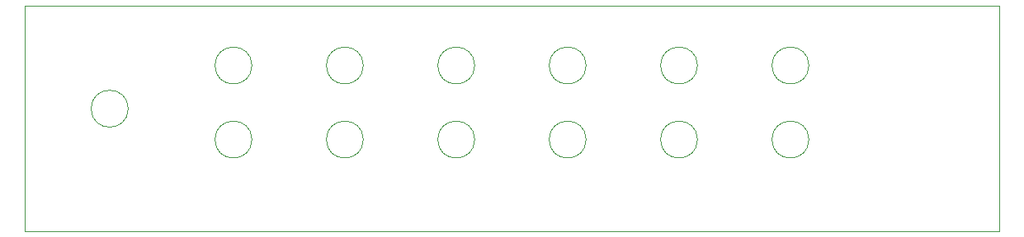
<source format=gm1>
G04 #@! TF.GenerationSoftware,KiCad,Pcbnew,(5.1.8)-1*
G04 #@! TF.CreationDate,2022-07-15T00:53:09+02:00*
G04 #@! TF.ProjectId,BulkyMIDI-32 Audio Switch FP1,42756c6b-794d-4494-9449-2d3332204175,rev?*
G04 #@! TF.SameCoordinates,Original*
G04 #@! TF.FileFunction,Profile,NP*
%FSLAX46Y46*%
G04 Gerber Fmt 4.6, Leading zero omitted, Abs format (unit mm)*
G04 Created by KiCad (PCBNEW (5.1.8)-1) date 2022-07-15 00:53:09*
%MOMM*%
%LPD*%
G01*
G04 APERTURE LIST*
G04 #@! TA.AperFunction,Profile*
%ADD10C,0.050000*%
G04 #@! TD*
G04 APERTURE END LIST*
D10*
X171565000Y-124754000D02*
G75*
G03*
X171565000Y-124754000I-1900000J0D01*
G01*
X171565000Y-117134000D02*
G75*
G03*
X171565000Y-117134000I-1900000J0D01*
G01*
X160135000Y-124754000D02*
G75*
G03*
X160135000Y-124754000I-1900000J0D01*
G01*
X160135000Y-117134000D02*
G75*
G03*
X160135000Y-117134000I-1900000J0D01*
G01*
X148705000Y-124754000D02*
G75*
G03*
X148705000Y-124754000I-1900000J0D01*
G01*
X148705000Y-117134000D02*
G75*
G03*
X148705000Y-117134000I-1900000J0D01*
G01*
X137275000Y-124754000D02*
G75*
G03*
X137275000Y-124754000I-1900000J0D01*
G01*
X137275000Y-117134000D02*
G75*
G03*
X137275000Y-117134000I-1900000J0D01*
G01*
X125845000Y-124754000D02*
G75*
G03*
X125845000Y-124754000I-1900000J0D01*
G01*
X125845000Y-117134000D02*
G75*
G03*
X125845000Y-117134000I-1900000J0D01*
G01*
X114415000Y-124754000D02*
G75*
G03*
X114415000Y-124754000I-1900000J0D01*
G01*
X114415000Y-117134000D02*
G75*
G03*
X114415000Y-117134000I-1900000J0D01*
G01*
X101715000Y-121579000D02*
G75*
G03*
X101715000Y-121579000I-1900000J0D01*
G01*
X191090000Y-110974000D02*
X91090000Y-110974000D01*
X91090000Y-134174000D02*
X191090000Y-134174000D01*
X91090000Y-110974000D02*
X91090000Y-134174000D01*
X191090000Y-134174000D02*
X191090000Y-110974000D01*
M02*

</source>
